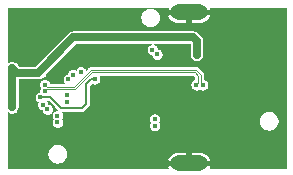
<source format=gbr>
%TF.GenerationSoftware,KiCad,Pcbnew,(5.1.10)-1*%
%TF.CreationDate,2022-01-11T16:22:32+08:00*%
%TF.ProjectId,VL160,564c3136-302e-46b6-9963-61645f706362,rev?*%
%TF.SameCoordinates,Original*%
%TF.FileFunction,Copper,L2,Inr*%
%TF.FilePolarity,Positive*%
%FSLAX46Y46*%
G04 Gerber Fmt 4.6, Leading zero omitted, Abs format (unit mm)*
G04 Created by KiCad (PCBNEW (5.1.10)-1) date 2022-01-11 16:22:32*
%MOMM*%
%LPD*%
G01*
G04 APERTURE LIST*
%TA.AperFunction,ComponentPad*%
%ADD10O,3.200400X1.300480*%
%TD*%
%TA.AperFunction,ViaPad*%
%ADD11C,0.450000*%
%TD*%
%TA.AperFunction,ViaPad*%
%ADD12C,0.600000*%
%TD*%
%TA.AperFunction,Conductor*%
%ADD13C,0.635000*%
%TD*%
%TA.AperFunction,Conductor*%
%ADD14C,0.117602*%
%TD*%
%TA.AperFunction,Conductor*%
%ADD15C,0.152400*%
%TD*%
%TA.AperFunction,Conductor*%
%ADD16C,0.114300*%
%TD*%
%TA.AperFunction,Conductor*%
%ADD17C,0.100000*%
%TD*%
G04 APERTURE END LIST*
D10*
%TO.N,GND*%
%TO.C,J2*%
X148546820Y-90596720D03*
X148546820Y-103398320D03*
%TD*%
D11*
%TO.N,GND*%
X137160000Y-93124500D03*
X137160000Y-92075000D03*
X137160000Y-92583000D03*
X135509000Y-102743000D03*
X136017000Y-102743000D03*
X134967500Y-102743000D03*
X155702000Y-93345000D03*
X155702000Y-94361000D03*
X155702000Y-93853000D03*
X155702000Y-94869000D03*
X155702000Y-95885000D03*
X155702000Y-95377000D03*
X141097000Y-97536000D03*
X141605000Y-97536000D03*
X142113000Y-97536000D03*
X142113000Y-98171000D03*
X141605000Y-98171000D03*
X141097000Y-98171000D03*
X141097000Y-98806000D03*
X141605000Y-98806000D03*
X142113000Y-98806000D03*
X142113000Y-99441000D03*
X141605000Y-99441000D03*
X141097000Y-99441000D03*
D12*
%TO.N,VBUS*%
X149225000Y-94200500D03*
X149225000Y-93502000D03*
D11*
X133567510Y-98261510D03*
X133596557Y-95731943D03*
X135997626Y-95755292D03*
%TO.N,/TX1+*%
X138739582Y-95910937D03*
%TO.N,/TX1-*%
X138349540Y-96300979D03*
%TO.N,/CC1*%
X139416051Y-95677251D03*
%TO.N,/D+*%
X136360394Y-96752200D03*
X149729400Y-96774000D03*
%TO.N,/D-*%
X136360394Y-97303800D03*
X149177800Y-96774000D03*
%TO.N,/RX2-*%
X137439412Y-99379350D03*
%TO.N,/RX2+*%
X137439412Y-99930950D03*
%TO.N,/TX2+*%
X138213606Y-98204244D03*
X136581474Y-98844821D03*
%TO.N,/TX2-*%
X138213606Y-97652644D03*
X136191432Y-98454779D03*
%TO.N,/CC2*%
X135988858Y-97837151D03*
X140589000Y-96266000D03*
%TO.N,/TX+*%
X145473979Y-93784979D03*
%TO.N,/TX-*%
X145864021Y-94175021D03*
%TO.N,/RX+*%
X145669000Y-99673200D03*
%TO.N,/RX-*%
X145669000Y-100224800D03*
%TD*%
D13*
%TO.N,VBUS*%
X149225000Y-93502000D02*
X149225000Y-94200500D01*
X133969066Y-95731943D02*
X133567510Y-95330387D01*
X135763000Y-95731943D02*
X133969066Y-95731943D01*
X133596557Y-95731943D02*
X133567510Y-95760990D01*
X133969066Y-95731943D02*
X133596557Y-95731943D01*
X133567510Y-97148510D02*
X133567510Y-95330387D01*
X133567510Y-95760990D02*
X133567510Y-97148510D01*
X135763000Y-95731943D02*
X138754943Y-92740000D01*
X138754943Y-92740000D02*
X148907500Y-92740000D01*
X148907500Y-92740000D02*
X149225000Y-93057500D01*
X149225000Y-93057500D02*
X149225000Y-93502000D01*
X133567510Y-98261510D02*
X133567510Y-98632387D01*
X133567510Y-97148510D02*
X133567510Y-98261510D01*
D14*
%TO.N,/D+*%
X138859101Y-96918399D02*
X136526593Y-96918399D01*
X140289601Y-95487899D02*
X138859101Y-96918399D01*
X149143399Y-95487899D02*
X140289601Y-95487899D01*
X136526593Y-96918399D02*
X136360394Y-96752200D01*
X149143399Y-95487899D02*
X149563201Y-95907701D01*
X149563201Y-95907701D02*
X149563201Y-96607801D01*
X149563201Y-96607801D02*
X149729400Y-96774000D01*
%TO.N,/D-*%
X149052601Y-95707101D02*
X140380399Y-95707101D01*
X140380399Y-95707101D02*
X138949899Y-97137601D01*
X136526593Y-97137601D02*
X136360394Y-97303800D01*
X138949899Y-97137601D02*
X136526593Y-97137601D01*
X149343999Y-96607801D02*
X149177800Y-96774000D01*
X149343999Y-95998499D02*
X149343999Y-96607801D01*
X149052601Y-95707101D02*
X149343999Y-95998499D01*
D15*
%TO.N,/CC2*%
X135988858Y-97837151D02*
X136826151Y-97837151D01*
X137694445Y-98705445D02*
X139165555Y-98705445D01*
X136826151Y-97837151D02*
X137694445Y-98705445D01*
X139165555Y-98705445D02*
X139546555Y-98705445D01*
X139546555Y-98705445D02*
X139827000Y-98425000D01*
X139827000Y-98425000D02*
X139827000Y-96734276D01*
X140295276Y-96266000D02*
X140589000Y-96266000D01*
X139827000Y-96734276D02*
X140295276Y-96266000D01*
%TD*%
D16*
%TO.N,GND*%
X146752780Y-90263727D02*
X146777060Y-90399870D01*
X148349970Y-90399870D01*
X148349970Y-90221450D01*
X148743670Y-90221450D01*
X148743670Y-90399870D01*
X150316580Y-90399870D01*
X150340860Y-90263727D01*
X150325074Y-90221450D01*
X156778551Y-90221450D01*
X156778550Y-103778550D01*
X150323222Y-103778550D01*
X150340860Y-103731313D01*
X150316580Y-103595170D01*
X148743670Y-103595170D01*
X148743670Y-103778550D01*
X148349970Y-103778550D01*
X148349970Y-103595170D01*
X146777060Y-103595170D01*
X146752780Y-103731313D01*
X146770418Y-103778550D01*
X133221450Y-103778550D01*
X133221450Y-102533942D01*
X136580850Y-102533942D01*
X136580850Y-102698058D01*
X136612868Y-102859021D01*
X136675672Y-103010644D01*
X136766850Y-103147102D01*
X136882898Y-103263150D01*
X137019356Y-103354328D01*
X137170979Y-103417132D01*
X137331942Y-103449150D01*
X137496058Y-103449150D01*
X137657021Y-103417132D01*
X137808644Y-103354328D01*
X137945102Y-103263150D01*
X138061150Y-103147102D01*
X138115790Y-103065327D01*
X146752780Y-103065327D01*
X146777060Y-103201470D01*
X148349970Y-103201470D01*
X148349970Y-102490930D01*
X148743670Y-102490930D01*
X148743670Y-103201470D01*
X150316580Y-103201470D01*
X150340860Y-103065327D01*
X150277596Y-102895893D01*
X150164574Y-102753217D01*
X150025889Y-102635332D01*
X149866871Y-102546769D01*
X149693630Y-102490930D01*
X148743670Y-102490930D01*
X148349970Y-102490930D01*
X147400010Y-102490930D01*
X147226769Y-102546769D01*
X147067751Y-102635332D01*
X146929066Y-102753217D01*
X146816044Y-102895893D01*
X146752780Y-103065327D01*
X138115790Y-103065327D01*
X138152328Y-103010644D01*
X138215132Y-102859021D01*
X138247150Y-102698058D01*
X138247150Y-102533942D01*
X138215132Y-102372979D01*
X138152328Y-102221356D01*
X138061150Y-102084898D01*
X137945102Y-101968850D01*
X137808644Y-101877672D01*
X137657021Y-101814868D01*
X137496058Y-101782850D01*
X137331942Y-101782850D01*
X137170979Y-101814868D01*
X137019356Y-101877672D01*
X136882898Y-101968850D01*
X136766850Y-102084898D01*
X136675672Y-102221356D01*
X136612868Y-102372979D01*
X136580850Y-102533942D01*
X133221450Y-102533942D01*
X133221450Y-99091774D01*
X133246708Y-99112502D01*
X133346538Y-99165863D01*
X133454860Y-99198722D01*
X133567510Y-99209817D01*
X133680161Y-99198722D01*
X133788483Y-99165863D01*
X133888313Y-99112502D01*
X133975815Y-99040692D01*
X134047625Y-98953190D01*
X134100986Y-98853360D01*
X134133845Y-98745037D01*
X134142160Y-98660612D01*
X134142160Y-97789663D01*
X135506708Y-97789663D01*
X135506708Y-97884639D01*
X135525237Y-97977789D01*
X135561582Y-98065535D01*
X135614348Y-98144504D01*
X135681505Y-98211661D01*
X135751020Y-98258110D01*
X135727811Y-98314141D01*
X135709282Y-98407291D01*
X135709282Y-98502267D01*
X135727811Y-98595417D01*
X135764156Y-98683163D01*
X135816922Y-98762132D01*
X135884079Y-98829289D01*
X135963048Y-98882055D01*
X136050794Y-98918400D01*
X136106727Y-98929526D01*
X136117853Y-98985459D01*
X136154198Y-99073205D01*
X136206964Y-99152174D01*
X136274121Y-99219331D01*
X136353090Y-99272097D01*
X136440836Y-99308442D01*
X136533986Y-99326971D01*
X136628962Y-99326971D01*
X136722112Y-99308442D01*
X136809858Y-99272097D01*
X136888827Y-99219331D01*
X136955984Y-99152174D01*
X137008750Y-99073205D01*
X137045095Y-98985459D01*
X137063624Y-98892309D01*
X137063624Y-98797333D01*
X137045095Y-98704183D01*
X137008750Y-98616437D01*
X136955984Y-98537468D01*
X136888827Y-98470311D01*
X136809858Y-98417545D01*
X136722112Y-98381200D01*
X136666179Y-98370074D01*
X136655053Y-98314141D01*
X136618708Y-98226395D01*
X136581360Y-98170501D01*
X136688074Y-98170501D01*
X137414772Y-98897200D01*
X137391924Y-98897200D01*
X137298774Y-98915729D01*
X137211028Y-98952074D01*
X137132059Y-99004840D01*
X137064902Y-99071997D01*
X137012136Y-99150966D01*
X136975791Y-99238712D01*
X136957262Y-99331862D01*
X136957262Y-99426838D01*
X136975791Y-99519988D01*
X137012136Y-99607734D01*
X137043819Y-99655150D01*
X137012136Y-99702566D01*
X136975791Y-99790312D01*
X136957262Y-99883462D01*
X136957262Y-99978438D01*
X136975791Y-100071588D01*
X137012136Y-100159334D01*
X137064902Y-100238303D01*
X137132059Y-100305460D01*
X137211028Y-100358226D01*
X137298774Y-100394571D01*
X137391924Y-100413100D01*
X137486900Y-100413100D01*
X137580050Y-100394571D01*
X137667796Y-100358226D01*
X137746765Y-100305460D01*
X137813922Y-100238303D01*
X137866688Y-100159334D01*
X137903033Y-100071588D01*
X137921562Y-99978438D01*
X137921562Y-99883462D01*
X137903033Y-99790312D01*
X137866688Y-99702566D01*
X137835005Y-99655150D01*
X137854675Y-99625712D01*
X145186850Y-99625712D01*
X145186850Y-99720688D01*
X145205379Y-99813838D01*
X145241724Y-99901584D01*
X145273407Y-99949000D01*
X145241724Y-99996416D01*
X145205379Y-100084162D01*
X145186850Y-100177312D01*
X145186850Y-100272288D01*
X145205379Y-100365438D01*
X145241724Y-100453184D01*
X145294490Y-100532153D01*
X145361647Y-100599310D01*
X145440616Y-100652076D01*
X145528362Y-100688421D01*
X145621512Y-100706950D01*
X145716488Y-100706950D01*
X145809638Y-100688421D01*
X145897384Y-100652076D01*
X145976353Y-100599310D01*
X146043510Y-100532153D01*
X146096276Y-100453184D01*
X146132621Y-100365438D01*
X146151150Y-100272288D01*
X146151150Y-100177312D01*
X146132621Y-100084162D01*
X146096276Y-99996416D01*
X146064593Y-99949000D01*
X146096276Y-99901584D01*
X146132621Y-99813838D01*
X146147320Y-99739942D01*
X154487850Y-99739942D01*
X154487850Y-99904058D01*
X154519868Y-100065021D01*
X154582672Y-100216644D01*
X154673850Y-100353102D01*
X154789898Y-100469150D01*
X154926356Y-100560328D01*
X155077979Y-100623132D01*
X155238942Y-100655150D01*
X155403058Y-100655150D01*
X155564021Y-100623132D01*
X155715644Y-100560328D01*
X155852102Y-100469150D01*
X155968150Y-100353102D01*
X156059328Y-100216644D01*
X156122132Y-100065021D01*
X156154150Y-99904058D01*
X156154150Y-99739942D01*
X156122132Y-99578979D01*
X156059328Y-99427356D01*
X155968150Y-99290898D01*
X155852102Y-99174850D01*
X155715644Y-99083672D01*
X155564021Y-99020868D01*
X155403058Y-98988850D01*
X155238942Y-98988850D01*
X155077979Y-99020868D01*
X154926356Y-99083672D01*
X154789898Y-99174850D01*
X154673850Y-99290898D01*
X154582672Y-99427356D01*
X154519868Y-99578979D01*
X154487850Y-99739942D01*
X146147320Y-99739942D01*
X146151150Y-99720688D01*
X146151150Y-99625712D01*
X146132621Y-99532562D01*
X146096276Y-99444816D01*
X146043510Y-99365847D01*
X145976353Y-99298690D01*
X145897384Y-99245924D01*
X145809638Y-99209579D01*
X145716488Y-99191050D01*
X145621512Y-99191050D01*
X145528362Y-99209579D01*
X145440616Y-99245924D01*
X145361647Y-99298690D01*
X145294490Y-99365847D01*
X145241724Y-99444816D01*
X145205379Y-99532562D01*
X145186850Y-99625712D01*
X137854675Y-99625712D01*
X137866688Y-99607734D01*
X137903033Y-99519988D01*
X137921562Y-99426838D01*
X137921562Y-99331862D01*
X137903033Y-99238712D01*
X137866688Y-99150966D01*
X137813922Y-99071997D01*
X137780720Y-99038795D01*
X139530188Y-99038795D01*
X139546555Y-99040407D01*
X139562922Y-99038795D01*
X139611903Y-99033971D01*
X139674739Y-99014910D01*
X139732650Y-98983956D01*
X139783409Y-98942299D01*
X139793848Y-98929579D01*
X140051140Y-98672288D01*
X140063854Y-98661854D01*
X140105511Y-98611095D01*
X140136465Y-98553184D01*
X140155526Y-98490348D01*
X140160350Y-98441367D01*
X140160350Y-98441366D01*
X140161962Y-98425001D01*
X140160350Y-98408636D01*
X140160350Y-96872353D01*
X140347915Y-96684789D01*
X140360616Y-96693276D01*
X140448362Y-96729621D01*
X140541512Y-96748150D01*
X140636488Y-96748150D01*
X140729638Y-96729621D01*
X140817384Y-96693276D01*
X140896353Y-96640510D01*
X140963510Y-96573353D01*
X141016276Y-96494384D01*
X141052621Y-96406638D01*
X141071150Y-96313488D01*
X141071150Y-96218512D01*
X141052621Y-96125362D01*
X141016276Y-96037616D01*
X141006545Y-96023052D01*
X148921731Y-96023052D01*
X149028048Y-96129370D01*
X149028049Y-96314154D01*
X148949416Y-96346724D01*
X148870447Y-96399490D01*
X148803290Y-96466647D01*
X148750524Y-96545616D01*
X148714179Y-96633362D01*
X148695650Y-96726512D01*
X148695650Y-96821488D01*
X148714179Y-96914638D01*
X148750524Y-97002384D01*
X148803290Y-97081353D01*
X148870447Y-97148510D01*
X148949416Y-97201276D01*
X149037162Y-97237621D01*
X149130312Y-97256150D01*
X149225288Y-97256150D01*
X149318438Y-97237621D01*
X149406184Y-97201276D01*
X149453600Y-97169593D01*
X149501016Y-97201276D01*
X149588762Y-97237621D01*
X149681912Y-97256150D01*
X149776888Y-97256150D01*
X149870038Y-97237621D01*
X149957784Y-97201276D01*
X150036753Y-97148510D01*
X150103910Y-97081353D01*
X150156676Y-97002384D01*
X150193021Y-96914638D01*
X150211550Y-96821488D01*
X150211550Y-96726512D01*
X150193021Y-96633362D01*
X150156676Y-96545616D01*
X150103910Y-96466647D01*
X150036753Y-96399490D01*
X149957784Y-96346724D01*
X149879152Y-96314154D01*
X149879152Y-95923213D01*
X149880680Y-95907701D01*
X149879083Y-95891490D01*
X149874580Y-95845764D01*
X149856513Y-95786207D01*
X149827175Y-95731319D01*
X149807300Y-95707101D01*
X149797583Y-95695260D01*
X149797582Y-95695259D01*
X149787693Y-95683209D01*
X149775644Y-95673321D01*
X149377789Y-95275467D01*
X149367891Y-95263407D01*
X149319781Y-95223925D01*
X149264893Y-95194587D01*
X149205336Y-95176520D01*
X149158914Y-95171948D01*
X149158911Y-95171948D01*
X149143399Y-95170420D01*
X149127887Y-95171948D01*
X140305116Y-95171948D01*
X140289601Y-95170420D01*
X140274086Y-95171948D01*
X140227664Y-95176520D01*
X140168107Y-95194587D01*
X140113219Y-95223925D01*
X140065109Y-95263407D01*
X140055216Y-95275462D01*
X139854599Y-95476080D01*
X139843327Y-95448867D01*
X139790561Y-95369898D01*
X139723404Y-95302741D01*
X139644435Y-95249975D01*
X139556689Y-95213630D01*
X139463539Y-95195101D01*
X139368563Y-95195101D01*
X139275413Y-95213630D01*
X139187667Y-95249975D01*
X139108698Y-95302741D01*
X139041541Y-95369898D01*
X138988775Y-95448867D01*
X138972976Y-95487009D01*
X138967966Y-95483661D01*
X138880220Y-95447316D01*
X138787070Y-95428787D01*
X138692094Y-95428787D01*
X138598944Y-95447316D01*
X138511198Y-95483661D01*
X138432229Y-95536427D01*
X138365072Y-95603584D01*
X138312306Y-95682553D01*
X138275961Y-95770299D01*
X138264835Y-95826232D01*
X138208902Y-95837358D01*
X138121156Y-95873703D01*
X138042187Y-95926469D01*
X137975030Y-95993626D01*
X137922264Y-96072595D01*
X137885919Y-96160341D01*
X137867390Y-96253491D01*
X137867390Y-96348467D01*
X137885919Y-96441617D01*
X137922264Y-96529363D01*
X137971098Y-96602448D01*
X136820240Y-96602448D01*
X136787670Y-96523816D01*
X136734904Y-96444847D01*
X136667747Y-96377690D01*
X136588778Y-96324924D01*
X136501032Y-96288579D01*
X136407882Y-96270050D01*
X136312906Y-96270050D01*
X136219756Y-96288579D01*
X136132010Y-96324924D01*
X136053041Y-96377690D01*
X135985884Y-96444847D01*
X135933118Y-96523816D01*
X135896773Y-96611562D01*
X135878244Y-96704712D01*
X135878244Y-96799688D01*
X135896773Y-96892838D01*
X135933118Y-96980584D01*
X135964801Y-97028000D01*
X135933118Y-97075416D01*
X135896773Y-97163162D01*
X135878244Y-97256312D01*
X135878244Y-97351288D01*
X135881357Y-97366939D01*
X135848220Y-97373530D01*
X135760474Y-97409875D01*
X135681505Y-97462641D01*
X135614348Y-97529798D01*
X135561582Y-97608767D01*
X135525237Y-97696513D01*
X135506708Y-97789663D01*
X134142160Y-97789663D01*
X134142160Y-96306593D01*
X135734777Y-96306593D01*
X135763000Y-96309373D01*
X135791223Y-96306593D01*
X135791226Y-96306593D01*
X135875651Y-96298278D01*
X135983973Y-96265419D01*
X136036314Y-96237442D01*
X136045114Y-96237442D01*
X136138264Y-96218913D01*
X136226010Y-96182568D01*
X136304979Y-96129802D01*
X136372136Y-96062645D01*
X136424902Y-95983676D01*
X136461247Y-95895930D01*
X136473552Y-95834068D01*
X138992971Y-93314650D01*
X145367064Y-93314650D01*
X145333341Y-93321358D01*
X145245595Y-93357703D01*
X145166626Y-93410469D01*
X145099469Y-93477626D01*
X145046703Y-93556595D01*
X145010358Y-93644341D01*
X144991829Y-93737491D01*
X144991829Y-93832467D01*
X145010358Y-93925617D01*
X145046703Y-94013363D01*
X145099469Y-94092332D01*
X145166626Y-94159489D01*
X145245595Y-94212255D01*
X145333341Y-94248600D01*
X145389274Y-94259726D01*
X145400400Y-94315659D01*
X145436745Y-94403405D01*
X145489511Y-94482374D01*
X145556668Y-94549531D01*
X145635637Y-94602297D01*
X145723383Y-94638642D01*
X145816533Y-94657171D01*
X145911509Y-94657171D01*
X146004659Y-94638642D01*
X146092405Y-94602297D01*
X146171374Y-94549531D01*
X146238531Y-94482374D01*
X146291297Y-94403405D01*
X146327642Y-94315659D01*
X146346171Y-94222509D01*
X146346171Y-94127533D01*
X146327642Y-94034383D01*
X146291297Y-93946637D01*
X146238531Y-93867668D01*
X146171374Y-93800511D01*
X146092405Y-93747745D01*
X146004659Y-93711400D01*
X145948726Y-93700274D01*
X145937600Y-93644341D01*
X145901255Y-93556595D01*
X145848489Y-93477626D01*
X145781332Y-93410469D01*
X145702363Y-93357703D01*
X145614617Y-93321358D01*
X145580894Y-93314650D01*
X148650350Y-93314650D01*
X148650350Y-94228726D01*
X148658665Y-94313151D01*
X148691524Y-94421473D01*
X148744886Y-94521303D01*
X148816696Y-94608805D01*
X148904198Y-94680615D01*
X149004028Y-94733976D01*
X149112350Y-94766835D01*
X149225000Y-94777930D01*
X149337651Y-94766835D01*
X149445973Y-94733976D01*
X149545803Y-94680615D01*
X149633305Y-94608805D01*
X149705115Y-94521303D01*
X149758476Y-94421473D01*
X149791335Y-94313151D01*
X149799650Y-94228726D01*
X149799650Y-93085723D01*
X149802430Y-93057500D01*
X149797580Y-93008260D01*
X149791335Y-92944849D01*
X149758476Y-92836527D01*
X149705115Y-92736697D01*
X149633305Y-92649195D01*
X149611370Y-92631194D01*
X149333804Y-92353627D01*
X149315805Y-92331695D01*
X149228303Y-92259885D01*
X149128473Y-92206524D01*
X149020151Y-92173665D01*
X148935726Y-92165350D01*
X148935723Y-92165350D01*
X148907500Y-92162570D01*
X148879277Y-92165350D01*
X138783166Y-92165350D01*
X138754942Y-92162570D01*
X138726719Y-92165350D01*
X138726717Y-92165350D01*
X138642292Y-92173665D01*
X138533970Y-92206524D01*
X138487500Y-92231363D01*
X138434139Y-92259885D01*
X138386217Y-92299214D01*
X138346638Y-92331695D01*
X138328644Y-92353621D01*
X135524973Y-95157293D01*
X134207094Y-95157293D01*
X133993813Y-94944013D01*
X133975815Y-94922082D01*
X133888313Y-94850272D01*
X133788483Y-94796911D01*
X133680161Y-94764052D01*
X133567510Y-94752957D01*
X133454860Y-94764052D01*
X133346538Y-94796911D01*
X133246707Y-94850272D01*
X133221450Y-94871000D01*
X133221450Y-90976942D01*
X144454850Y-90976942D01*
X144454850Y-91141058D01*
X144486868Y-91302021D01*
X144549672Y-91453644D01*
X144640850Y-91590102D01*
X144756898Y-91706150D01*
X144893356Y-91797328D01*
X145044979Y-91860132D01*
X145205942Y-91892150D01*
X145370058Y-91892150D01*
X145531021Y-91860132D01*
X145682644Y-91797328D01*
X145819102Y-91706150D01*
X145935150Y-91590102D01*
X146026328Y-91453644D01*
X146089132Y-91302021D01*
X146121150Y-91141058D01*
X146121150Y-90976942D01*
X146111756Y-90929713D01*
X146752780Y-90929713D01*
X146816044Y-91099147D01*
X146929066Y-91241823D01*
X147067751Y-91359708D01*
X147226769Y-91448271D01*
X147400010Y-91504110D01*
X148349970Y-91504110D01*
X148349970Y-90793570D01*
X148743670Y-90793570D01*
X148743670Y-91504110D01*
X149693630Y-91504110D01*
X149866871Y-91448271D01*
X150025889Y-91359708D01*
X150164574Y-91241823D01*
X150277596Y-91099147D01*
X150340860Y-90929713D01*
X150316580Y-90793570D01*
X148743670Y-90793570D01*
X148349970Y-90793570D01*
X146777060Y-90793570D01*
X146752780Y-90929713D01*
X146111756Y-90929713D01*
X146089132Y-90815979D01*
X146026328Y-90664356D01*
X145935150Y-90527898D01*
X145819102Y-90411850D01*
X145682644Y-90320672D01*
X145531021Y-90257868D01*
X145370058Y-90225850D01*
X145205942Y-90225850D01*
X145044979Y-90257868D01*
X144893356Y-90320672D01*
X144756898Y-90411850D01*
X144640850Y-90527898D01*
X144549672Y-90664356D01*
X144486868Y-90815979D01*
X144454850Y-90976942D01*
X133221450Y-90976942D01*
X133221450Y-90221450D01*
X146768566Y-90221450D01*
X146752780Y-90263727D01*
%TA.AperFunction,Conductor*%
D17*
G36*
X146752780Y-90263727D02*
G01*
X146777060Y-90399870D01*
X148349970Y-90399870D01*
X148349970Y-90221450D01*
X148743670Y-90221450D01*
X148743670Y-90399870D01*
X150316580Y-90399870D01*
X150340860Y-90263727D01*
X150325074Y-90221450D01*
X156778551Y-90221450D01*
X156778550Y-103778550D01*
X150323222Y-103778550D01*
X150340860Y-103731313D01*
X150316580Y-103595170D01*
X148743670Y-103595170D01*
X148743670Y-103778550D01*
X148349970Y-103778550D01*
X148349970Y-103595170D01*
X146777060Y-103595170D01*
X146752780Y-103731313D01*
X146770418Y-103778550D01*
X133221450Y-103778550D01*
X133221450Y-102533942D01*
X136580850Y-102533942D01*
X136580850Y-102698058D01*
X136612868Y-102859021D01*
X136675672Y-103010644D01*
X136766850Y-103147102D01*
X136882898Y-103263150D01*
X137019356Y-103354328D01*
X137170979Y-103417132D01*
X137331942Y-103449150D01*
X137496058Y-103449150D01*
X137657021Y-103417132D01*
X137808644Y-103354328D01*
X137945102Y-103263150D01*
X138061150Y-103147102D01*
X138115790Y-103065327D01*
X146752780Y-103065327D01*
X146777060Y-103201470D01*
X148349970Y-103201470D01*
X148349970Y-102490930D01*
X148743670Y-102490930D01*
X148743670Y-103201470D01*
X150316580Y-103201470D01*
X150340860Y-103065327D01*
X150277596Y-102895893D01*
X150164574Y-102753217D01*
X150025889Y-102635332D01*
X149866871Y-102546769D01*
X149693630Y-102490930D01*
X148743670Y-102490930D01*
X148349970Y-102490930D01*
X147400010Y-102490930D01*
X147226769Y-102546769D01*
X147067751Y-102635332D01*
X146929066Y-102753217D01*
X146816044Y-102895893D01*
X146752780Y-103065327D01*
X138115790Y-103065327D01*
X138152328Y-103010644D01*
X138215132Y-102859021D01*
X138247150Y-102698058D01*
X138247150Y-102533942D01*
X138215132Y-102372979D01*
X138152328Y-102221356D01*
X138061150Y-102084898D01*
X137945102Y-101968850D01*
X137808644Y-101877672D01*
X137657021Y-101814868D01*
X137496058Y-101782850D01*
X137331942Y-101782850D01*
X137170979Y-101814868D01*
X137019356Y-101877672D01*
X136882898Y-101968850D01*
X136766850Y-102084898D01*
X136675672Y-102221356D01*
X136612868Y-102372979D01*
X136580850Y-102533942D01*
X133221450Y-102533942D01*
X133221450Y-99091774D01*
X133246708Y-99112502D01*
X133346538Y-99165863D01*
X133454860Y-99198722D01*
X133567510Y-99209817D01*
X133680161Y-99198722D01*
X133788483Y-99165863D01*
X133888313Y-99112502D01*
X133975815Y-99040692D01*
X134047625Y-98953190D01*
X134100986Y-98853360D01*
X134133845Y-98745037D01*
X134142160Y-98660612D01*
X134142160Y-97789663D01*
X135506708Y-97789663D01*
X135506708Y-97884639D01*
X135525237Y-97977789D01*
X135561582Y-98065535D01*
X135614348Y-98144504D01*
X135681505Y-98211661D01*
X135751020Y-98258110D01*
X135727811Y-98314141D01*
X135709282Y-98407291D01*
X135709282Y-98502267D01*
X135727811Y-98595417D01*
X135764156Y-98683163D01*
X135816922Y-98762132D01*
X135884079Y-98829289D01*
X135963048Y-98882055D01*
X136050794Y-98918400D01*
X136106727Y-98929526D01*
X136117853Y-98985459D01*
X136154198Y-99073205D01*
X136206964Y-99152174D01*
X136274121Y-99219331D01*
X136353090Y-99272097D01*
X136440836Y-99308442D01*
X136533986Y-99326971D01*
X136628962Y-99326971D01*
X136722112Y-99308442D01*
X136809858Y-99272097D01*
X136888827Y-99219331D01*
X136955984Y-99152174D01*
X137008750Y-99073205D01*
X137045095Y-98985459D01*
X137063624Y-98892309D01*
X137063624Y-98797333D01*
X137045095Y-98704183D01*
X137008750Y-98616437D01*
X136955984Y-98537468D01*
X136888827Y-98470311D01*
X136809858Y-98417545D01*
X136722112Y-98381200D01*
X136666179Y-98370074D01*
X136655053Y-98314141D01*
X136618708Y-98226395D01*
X136581360Y-98170501D01*
X136688074Y-98170501D01*
X137414772Y-98897200D01*
X137391924Y-98897200D01*
X137298774Y-98915729D01*
X137211028Y-98952074D01*
X137132059Y-99004840D01*
X137064902Y-99071997D01*
X137012136Y-99150966D01*
X136975791Y-99238712D01*
X136957262Y-99331862D01*
X136957262Y-99426838D01*
X136975791Y-99519988D01*
X137012136Y-99607734D01*
X137043819Y-99655150D01*
X137012136Y-99702566D01*
X136975791Y-99790312D01*
X136957262Y-99883462D01*
X136957262Y-99978438D01*
X136975791Y-100071588D01*
X137012136Y-100159334D01*
X137064902Y-100238303D01*
X137132059Y-100305460D01*
X137211028Y-100358226D01*
X137298774Y-100394571D01*
X137391924Y-100413100D01*
X137486900Y-100413100D01*
X137580050Y-100394571D01*
X137667796Y-100358226D01*
X137746765Y-100305460D01*
X137813922Y-100238303D01*
X137866688Y-100159334D01*
X137903033Y-100071588D01*
X137921562Y-99978438D01*
X137921562Y-99883462D01*
X137903033Y-99790312D01*
X137866688Y-99702566D01*
X137835005Y-99655150D01*
X137854675Y-99625712D01*
X145186850Y-99625712D01*
X145186850Y-99720688D01*
X145205379Y-99813838D01*
X145241724Y-99901584D01*
X145273407Y-99949000D01*
X145241724Y-99996416D01*
X145205379Y-100084162D01*
X145186850Y-100177312D01*
X145186850Y-100272288D01*
X145205379Y-100365438D01*
X145241724Y-100453184D01*
X145294490Y-100532153D01*
X145361647Y-100599310D01*
X145440616Y-100652076D01*
X145528362Y-100688421D01*
X145621512Y-100706950D01*
X145716488Y-100706950D01*
X145809638Y-100688421D01*
X145897384Y-100652076D01*
X145976353Y-100599310D01*
X146043510Y-100532153D01*
X146096276Y-100453184D01*
X146132621Y-100365438D01*
X146151150Y-100272288D01*
X146151150Y-100177312D01*
X146132621Y-100084162D01*
X146096276Y-99996416D01*
X146064593Y-99949000D01*
X146096276Y-99901584D01*
X146132621Y-99813838D01*
X146147320Y-99739942D01*
X154487850Y-99739942D01*
X154487850Y-99904058D01*
X154519868Y-100065021D01*
X154582672Y-100216644D01*
X154673850Y-100353102D01*
X154789898Y-100469150D01*
X154926356Y-100560328D01*
X155077979Y-100623132D01*
X155238942Y-100655150D01*
X155403058Y-100655150D01*
X155564021Y-100623132D01*
X155715644Y-100560328D01*
X155852102Y-100469150D01*
X155968150Y-100353102D01*
X156059328Y-100216644D01*
X156122132Y-100065021D01*
X156154150Y-99904058D01*
X156154150Y-99739942D01*
X156122132Y-99578979D01*
X156059328Y-99427356D01*
X155968150Y-99290898D01*
X155852102Y-99174850D01*
X155715644Y-99083672D01*
X155564021Y-99020868D01*
X155403058Y-98988850D01*
X155238942Y-98988850D01*
X155077979Y-99020868D01*
X154926356Y-99083672D01*
X154789898Y-99174850D01*
X154673850Y-99290898D01*
X154582672Y-99427356D01*
X154519868Y-99578979D01*
X154487850Y-99739942D01*
X146147320Y-99739942D01*
X146151150Y-99720688D01*
X146151150Y-99625712D01*
X146132621Y-99532562D01*
X146096276Y-99444816D01*
X146043510Y-99365847D01*
X145976353Y-99298690D01*
X145897384Y-99245924D01*
X145809638Y-99209579D01*
X145716488Y-99191050D01*
X145621512Y-99191050D01*
X145528362Y-99209579D01*
X145440616Y-99245924D01*
X145361647Y-99298690D01*
X145294490Y-99365847D01*
X145241724Y-99444816D01*
X145205379Y-99532562D01*
X145186850Y-99625712D01*
X137854675Y-99625712D01*
X137866688Y-99607734D01*
X137903033Y-99519988D01*
X137921562Y-99426838D01*
X137921562Y-99331862D01*
X137903033Y-99238712D01*
X137866688Y-99150966D01*
X137813922Y-99071997D01*
X137780720Y-99038795D01*
X139530188Y-99038795D01*
X139546555Y-99040407D01*
X139562922Y-99038795D01*
X139611903Y-99033971D01*
X139674739Y-99014910D01*
X139732650Y-98983956D01*
X139783409Y-98942299D01*
X139793848Y-98929579D01*
X140051140Y-98672288D01*
X140063854Y-98661854D01*
X140105511Y-98611095D01*
X140136465Y-98553184D01*
X140155526Y-98490348D01*
X140160350Y-98441367D01*
X140160350Y-98441366D01*
X140161962Y-98425001D01*
X140160350Y-98408636D01*
X140160350Y-96872353D01*
X140347915Y-96684789D01*
X140360616Y-96693276D01*
X140448362Y-96729621D01*
X140541512Y-96748150D01*
X140636488Y-96748150D01*
X140729638Y-96729621D01*
X140817384Y-96693276D01*
X140896353Y-96640510D01*
X140963510Y-96573353D01*
X141016276Y-96494384D01*
X141052621Y-96406638D01*
X141071150Y-96313488D01*
X141071150Y-96218512D01*
X141052621Y-96125362D01*
X141016276Y-96037616D01*
X141006545Y-96023052D01*
X148921731Y-96023052D01*
X149028048Y-96129370D01*
X149028049Y-96314154D01*
X148949416Y-96346724D01*
X148870447Y-96399490D01*
X148803290Y-96466647D01*
X148750524Y-96545616D01*
X148714179Y-96633362D01*
X148695650Y-96726512D01*
X148695650Y-96821488D01*
X148714179Y-96914638D01*
X148750524Y-97002384D01*
X148803290Y-97081353D01*
X148870447Y-97148510D01*
X148949416Y-97201276D01*
X149037162Y-97237621D01*
X149130312Y-97256150D01*
X149225288Y-97256150D01*
X149318438Y-97237621D01*
X149406184Y-97201276D01*
X149453600Y-97169593D01*
X149501016Y-97201276D01*
X149588762Y-97237621D01*
X149681912Y-97256150D01*
X149776888Y-97256150D01*
X149870038Y-97237621D01*
X149957784Y-97201276D01*
X150036753Y-97148510D01*
X150103910Y-97081353D01*
X150156676Y-97002384D01*
X150193021Y-96914638D01*
X150211550Y-96821488D01*
X150211550Y-96726512D01*
X150193021Y-96633362D01*
X150156676Y-96545616D01*
X150103910Y-96466647D01*
X150036753Y-96399490D01*
X149957784Y-96346724D01*
X149879152Y-96314154D01*
X149879152Y-95923213D01*
X149880680Y-95907701D01*
X149879083Y-95891490D01*
X149874580Y-95845764D01*
X149856513Y-95786207D01*
X149827175Y-95731319D01*
X149807300Y-95707101D01*
X149797583Y-95695260D01*
X149797582Y-95695259D01*
X149787693Y-95683209D01*
X149775644Y-95673321D01*
X149377789Y-95275467D01*
X149367891Y-95263407D01*
X149319781Y-95223925D01*
X149264893Y-95194587D01*
X149205336Y-95176520D01*
X149158914Y-95171948D01*
X149158911Y-95171948D01*
X149143399Y-95170420D01*
X149127887Y-95171948D01*
X140305116Y-95171948D01*
X140289601Y-95170420D01*
X140274086Y-95171948D01*
X140227664Y-95176520D01*
X140168107Y-95194587D01*
X140113219Y-95223925D01*
X140065109Y-95263407D01*
X140055216Y-95275462D01*
X139854599Y-95476080D01*
X139843327Y-95448867D01*
X139790561Y-95369898D01*
X139723404Y-95302741D01*
X139644435Y-95249975D01*
X139556689Y-95213630D01*
X139463539Y-95195101D01*
X139368563Y-95195101D01*
X139275413Y-95213630D01*
X139187667Y-95249975D01*
X139108698Y-95302741D01*
X139041541Y-95369898D01*
X138988775Y-95448867D01*
X138972976Y-95487009D01*
X138967966Y-95483661D01*
X138880220Y-95447316D01*
X138787070Y-95428787D01*
X138692094Y-95428787D01*
X138598944Y-95447316D01*
X138511198Y-95483661D01*
X138432229Y-95536427D01*
X138365072Y-95603584D01*
X138312306Y-95682553D01*
X138275961Y-95770299D01*
X138264835Y-95826232D01*
X138208902Y-95837358D01*
X138121156Y-95873703D01*
X138042187Y-95926469D01*
X137975030Y-95993626D01*
X137922264Y-96072595D01*
X137885919Y-96160341D01*
X137867390Y-96253491D01*
X137867390Y-96348467D01*
X137885919Y-96441617D01*
X137922264Y-96529363D01*
X137971098Y-96602448D01*
X136820240Y-96602448D01*
X136787670Y-96523816D01*
X136734904Y-96444847D01*
X136667747Y-96377690D01*
X136588778Y-96324924D01*
X136501032Y-96288579D01*
X136407882Y-96270050D01*
X136312906Y-96270050D01*
X136219756Y-96288579D01*
X136132010Y-96324924D01*
X136053041Y-96377690D01*
X135985884Y-96444847D01*
X135933118Y-96523816D01*
X135896773Y-96611562D01*
X135878244Y-96704712D01*
X135878244Y-96799688D01*
X135896773Y-96892838D01*
X135933118Y-96980584D01*
X135964801Y-97028000D01*
X135933118Y-97075416D01*
X135896773Y-97163162D01*
X135878244Y-97256312D01*
X135878244Y-97351288D01*
X135881357Y-97366939D01*
X135848220Y-97373530D01*
X135760474Y-97409875D01*
X135681505Y-97462641D01*
X135614348Y-97529798D01*
X135561582Y-97608767D01*
X135525237Y-97696513D01*
X135506708Y-97789663D01*
X134142160Y-97789663D01*
X134142160Y-96306593D01*
X135734777Y-96306593D01*
X135763000Y-96309373D01*
X135791223Y-96306593D01*
X135791226Y-96306593D01*
X135875651Y-96298278D01*
X135983973Y-96265419D01*
X136036314Y-96237442D01*
X136045114Y-96237442D01*
X136138264Y-96218913D01*
X136226010Y-96182568D01*
X136304979Y-96129802D01*
X136372136Y-96062645D01*
X136424902Y-95983676D01*
X136461247Y-95895930D01*
X136473552Y-95834068D01*
X138992971Y-93314650D01*
X145367064Y-93314650D01*
X145333341Y-93321358D01*
X145245595Y-93357703D01*
X145166626Y-93410469D01*
X145099469Y-93477626D01*
X145046703Y-93556595D01*
X145010358Y-93644341D01*
X144991829Y-93737491D01*
X144991829Y-93832467D01*
X145010358Y-93925617D01*
X145046703Y-94013363D01*
X145099469Y-94092332D01*
X145166626Y-94159489D01*
X145245595Y-94212255D01*
X145333341Y-94248600D01*
X145389274Y-94259726D01*
X145400400Y-94315659D01*
X145436745Y-94403405D01*
X145489511Y-94482374D01*
X145556668Y-94549531D01*
X145635637Y-94602297D01*
X145723383Y-94638642D01*
X145816533Y-94657171D01*
X145911509Y-94657171D01*
X146004659Y-94638642D01*
X146092405Y-94602297D01*
X146171374Y-94549531D01*
X146238531Y-94482374D01*
X146291297Y-94403405D01*
X146327642Y-94315659D01*
X146346171Y-94222509D01*
X146346171Y-94127533D01*
X146327642Y-94034383D01*
X146291297Y-93946637D01*
X146238531Y-93867668D01*
X146171374Y-93800511D01*
X146092405Y-93747745D01*
X146004659Y-93711400D01*
X145948726Y-93700274D01*
X145937600Y-93644341D01*
X145901255Y-93556595D01*
X145848489Y-93477626D01*
X145781332Y-93410469D01*
X145702363Y-93357703D01*
X145614617Y-93321358D01*
X145580894Y-93314650D01*
X148650350Y-93314650D01*
X148650350Y-94228726D01*
X148658665Y-94313151D01*
X148691524Y-94421473D01*
X148744886Y-94521303D01*
X148816696Y-94608805D01*
X148904198Y-94680615D01*
X149004028Y-94733976D01*
X149112350Y-94766835D01*
X149225000Y-94777930D01*
X149337651Y-94766835D01*
X149445973Y-94733976D01*
X149545803Y-94680615D01*
X149633305Y-94608805D01*
X149705115Y-94521303D01*
X149758476Y-94421473D01*
X149791335Y-94313151D01*
X149799650Y-94228726D01*
X149799650Y-93085723D01*
X149802430Y-93057500D01*
X149797580Y-93008260D01*
X149791335Y-92944849D01*
X149758476Y-92836527D01*
X149705115Y-92736697D01*
X149633305Y-92649195D01*
X149611370Y-92631194D01*
X149333804Y-92353627D01*
X149315805Y-92331695D01*
X149228303Y-92259885D01*
X149128473Y-92206524D01*
X149020151Y-92173665D01*
X148935726Y-92165350D01*
X148935723Y-92165350D01*
X148907500Y-92162570D01*
X148879277Y-92165350D01*
X138783166Y-92165350D01*
X138754942Y-92162570D01*
X138726719Y-92165350D01*
X138726717Y-92165350D01*
X138642292Y-92173665D01*
X138533970Y-92206524D01*
X138487500Y-92231363D01*
X138434139Y-92259885D01*
X138386217Y-92299214D01*
X138346638Y-92331695D01*
X138328644Y-92353621D01*
X135524973Y-95157293D01*
X134207094Y-95157293D01*
X133993813Y-94944013D01*
X133975815Y-94922082D01*
X133888313Y-94850272D01*
X133788483Y-94796911D01*
X133680161Y-94764052D01*
X133567510Y-94752957D01*
X133454860Y-94764052D01*
X133346538Y-94796911D01*
X133246707Y-94850272D01*
X133221450Y-94871000D01*
X133221450Y-90976942D01*
X144454850Y-90976942D01*
X144454850Y-91141058D01*
X144486868Y-91302021D01*
X144549672Y-91453644D01*
X144640850Y-91590102D01*
X144756898Y-91706150D01*
X144893356Y-91797328D01*
X145044979Y-91860132D01*
X145205942Y-91892150D01*
X145370058Y-91892150D01*
X145531021Y-91860132D01*
X145682644Y-91797328D01*
X145819102Y-91706150D01*
X145935150Y-91590102D01*
X146026328Y-91453644D01*
X146089132Y-91302021D01*
X146121150Y-91141058D01*
X146121150Y-90976942D01*
X146111756Y-90929713D01*
X146752780Y-90929713D01*
X146816044Y-91099147D01*
X146929066Y-91241823D01*
X147067751Y-91359708D01*
X147226769Y-91448271D01*
X147400010Y-91504110D01*
X148349970Y-91504110D01*
X148349970Y-90793570D01*
X148743670Y-90793570D01*
X148743670Y-91504110D01*
X149693630Y-91504110D01*
X149866871Y-91448271D01*
X150025889Y-91359708D01*
X150164574Y-91241823D01*
X150277596Y-91099147D01*
X150340860Y-90929713D01*
X150316580Y-90793570D01*
X148743670Y-90793570D01*
X148349970Y-90793570D01*
X146777060Y-90793570D01*
X146752780Y-90929713D01*
X146111756Y-90929713D01*
X146089132Y-90815979D01*
X146026328Y-90664356D01*
X145935150Y-90527898D01*
X145819102Y-90411850D01*
X145682644Y-90320672D01*
X145531021Y-90257868D01*
X145370058Y-90225850D01*
X145205942Y-90225850D01*
X145044979Y-90257868D01*
X144893356Y-90320672D01*
X144756898Y-90411850D01*
X144640850Y-90527898D01*
X144549672Y-90664356D01*
X144486868Y-90815979D01*
X144454850Y-90976942D01*
X133221450Y-90976942D01*
X133221450Y-90221450D01*
X146768566Y-90221450D01*
X146752780Y-90263727D01*
G37*
%TD.AperFunction*%
%TD*%
M02*

</source>
